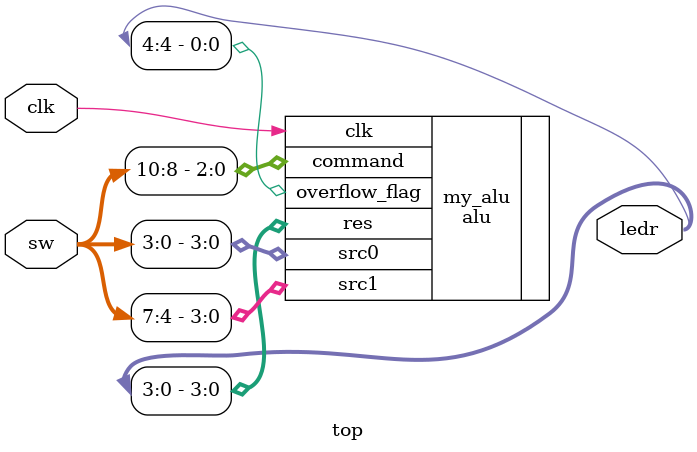
<source format=v>
module top(
    input clk,
    input [10:0] sw,

    output reg [4:0] ledr
);

alu my_alu(    
    .clk(clk),
    .command(sw[10:8]),
    .src1(sw[7:4]),
    .src0(sw[3:0]),

    .res(ledr[3:0]),
    .overflow_flag(ledr[4])
);

endmodule


</source>
